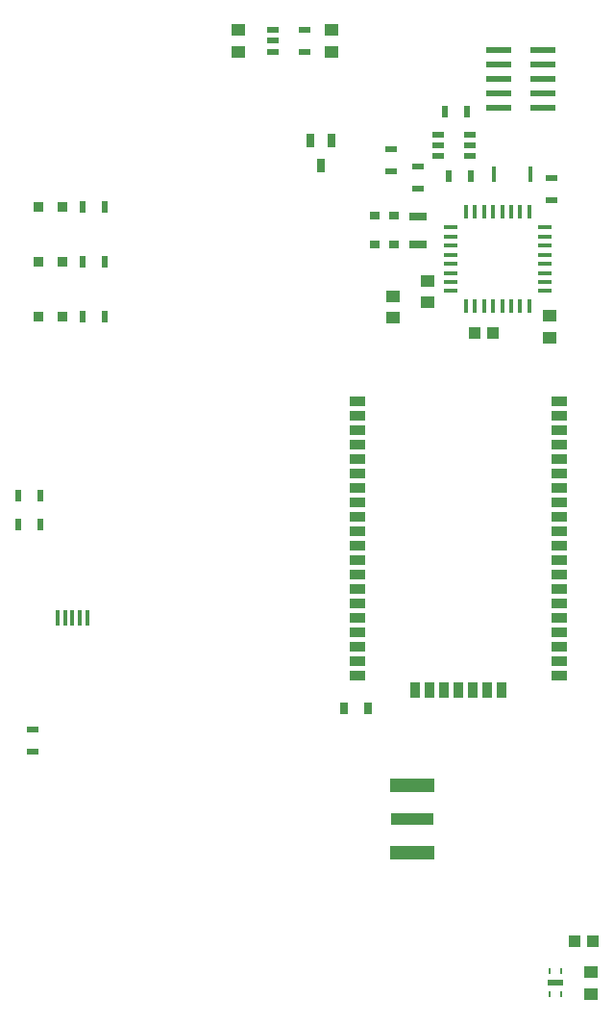
<source format=gbr>
G04 --- HEADER BEGIN --- *
%TF.GenerationSoftware,LibrePCB,LibrePCB,0.1.3*%
%TF.CreationDate,2019-12-13T00:59:46*%
%TF.ProjectId,Gfro?rli Hardware - Board,40295ca7-128f-4c1e-90ec-79de77364cdf,v2*%
%TF.Part,Single*%
%FSLAX66Y66*%
%MOMM*%
G01*
G74*
G04 --- HEADER END --- *
G04 --- APERTURE LIST BEGIN --- *
%ADD10R,0.9X0.8*%
%ADD11R,0.36X1.41*%
%ADD12R,0.44X1.39*%
%ADD13R,1.1X0.6*%
%ADD14R,1.46X0.56*%
%ADD15R,0.28X0.63*%
%ADD16R,3.817X1.132*%
%ADD17R,3.88X1.28*%
%ADD18R,1.24X1.04*%
%ADD19R,0.96X0.96*%
%ADD20R,0.6X1.1*%
%ADD21R,1.12X1.12*%
%ADD22R,0.8X1.2*%
%ADD23R,0.98X0.48*%
%ADD24R,0.8128X1.3208*%
%ADD25R,1.3208X0.8128*%
%ADD26R,1.206X0.376*%
%ADD27R,0.376X1.206*%
%ADD28R,2.248X0.608*%
%ADD29R,1.6X0.8*%
%ADD30R,0.76X1.11*%
G04 --- APERTURE LIST END --- *
G04 --- BOARD BEGIN --- *
D10*
X33598750Y70326254D03*
X35298750Y70326254D03*
D11*
X7635000Y34988500D03*
X5685000Y34988500D03*
X8285000Y34988500D03*
X6335000Y34988500D03*
X6985000Y34988500D03*
D12*
X44095000Y73977500D03*
X47345000Y73977500D03*
D13*
X37465000Y74635000D03*
X37465000Y72685000D03*
D14*
X49530000Y2846250D03*
D15*
X49030000Y3846250D03*
X49030000Y1846250D03*
X50030000Y3846250D03*
X50030000Y1846250D03*
D16*
X36900000Y17300000D03*
D17*
X36900000Y20265000D03*
X36900000Y14335000D03*
D18*
X35242500Y61359375D03*
X35242500Y63259375D03*
X52705000Y3796250D03*
X52705000Y1896250D03*
D19*
X6130000Y71120000D03*
X4030000Y71120000D03*
D20*
X2200000Y43180000D03*
X4150000Y43180000D03*
D13*
X35084670Y74274324D03*
X35084670Y76224324D03*
D21*
X44059375Y60007500D03*
X42459375Y60007500D03*
D20*
X2200000Y45720000D03*
X4150000Y45720000D03*
X9865000Y71120000D03*
X7915000Y71120000D03*
D22*
X27942448Y76982572D03*
X28892448Y74782572D03*
X29842448Y76982572D03*
D20*
X42091250Y73818750D03*
X40141250Y73818750D03*
D18*
X38258750Y62708750D03*
X38258750Y64608750D03*
D23*
X42040000Y76517500D03*
X39240000Y76517500D03*
X42040000Y77467500D03*
X39240000Y77467500D03*
X39240000Y75567500D03*
X42040000Y75567500D03*
D21*
X52870000Y6508750D03*
X51270000Y6508750D03*
D24*
X37147500Y28575000D03*
D25*
X49847500Y33655000D03*
X32067500Y53975000D03*
X32067500Y38735000D03*
X49847500Y31115000D03*
X32067500Y46355000D03*
X49847500Y38735000D03*
D24*
X43497500Y28575000D03*
D25*
X32067500Y45085000D03*
X49847500Y45085000D03*
X32067500Y34925000D03*
D24*
X44767500Y28575000D03*
D25*
X49847500Y50165000D03*
X49847500Y40005000D03*
X32067500Y29845000D03*
X49847500Y47625000D03*
X32067500Y50165000D03*
X49847500Y42545000D03*
X32067500Y40005000D03*
X49847500Y53975000D03*
X49847500Y48895000D03*
X32067500Y47625000D03*
X49847500Y46355000D03*
X32067500Y48895000D03*
X49847500Y37465000D03*
D24*
X39687500Y28575000D03*
D25*
X32067500Y43815000D03*
X32067500Y41275000D03*
X32067500Y52705000D03*
D24*
X40957500Y28575000D03*
D25*
X49847500Y34925000D03*
X32067500Y33655000D03*
X49847500Y52705000D03*
X49847500Y51435000D03*
X32067500Y36195000D03*
X32067500Y31115000D03*
X32067500Y51435000D03*
X49847500Y43815000D03*
X32067500Y42545000D03*
X32067500Y37465000D03*
X49847500Y29845000D03*
D24*
X38417500Y28575000D03*
X42227500Y28575000D03*
D25*
X49847500Y36195000D03*
X49847500Y41275000D03*
X32067500Y32385000D03*
X49847500Y32385000D03*
D26*
X48600000Y66105000D03*
X48600000Y69305000D03*
X48600000Y65305000D03*
D27*
X45650000Y70655000D03*
X47250000Y70655000D03*
D26*
X40300000Y64505000D03*
D27*
X41650000Y70655000D03*
X43250000Y70655000D03*
D26*
X48600000Y63705000D03*
X40300000Y67705000D03*
D27*
X44050000Y62355000D03*
D26*
X48600000Y64505000D03*
D27*
X43250000Y62355000D03*
D26*
X40300000Y63705000D03*
X40300000Y69305000D03*
D27*
X45650000Y62355000D03*
X42450000Y62355000D03*
X44850000Y62355000D03*
X46450000Y70655000D03*
D26*
X40300000Y66905000D03*
D27*
X44850000Y70655000D03*
D26*
X48600000Y68505000D03*
X40300000Y65305000D03*
D27*
X42450000Y70655000D03*
D26*
X40300000Y68505000D03*
D27*
X47250000Y62355000D03*
D26*
X48600000Y67705000D03*
D27*
X41650000Y62355000D03*
X44050000Y70655000D03*
D26*
X48600000Y66905000D03*
D27*
X46450000Y62355000D03*
D26*
X40300000Y66105000D03*
D20*
X39823750Y79533750D03*
X41773750Y79533750D03*
D18*
X49053750Y61513125D03*
X49053750Y59613125D03*
D13*
X49212500Y73682500D03*
X49212500Y71732500D03*
D28*
X44558750Y84920000D03*
X44558750Y82380000D03*
X48468750Y79840000D03*
X48468750Y81110000D03*
X44558750Y81110000D03*
X48468750Y82380000D03*
X44558750Y79840000D03*
X48468750Y84920000D03*
X44558750Y83650000D03*
X48468750Y83650000D03*
D19*
X6130000Y61468000D03*
X4030000Y61468000D03*
D29*
X37464148Y70306716D03*
X37464148Y67806716D03*
D30*
X30913125Y27019250D03*
X33063125Y27019250D03*
D20*
X9865000Y66294000D03*
X7915000Y66294000D03*
D10*
X33598750Y67786246D03*
X35298750Y67786246D03*
D18*
X29845000Y86675000D03*
X29845000Y84775000D03*
D13*
X3492500Y23155000D03*
X3492500Y25105000D03*
D23*
X27435000Y86675000D03*
X24635000Y84775000D03*
X24635000Y85725000D03*
X24635000Y86675000D03*
X27435000Y84775000D03*
D18*
X21590000Y86675000D03*
X21590000Y84775000D03*
D19*
X6130000Y66294000D03*
X4030000Y66294000D03*
D20*
X9865000Y61468000D03*
X7915000Y61468000D03*
G04 --- BOARD END --- *
%TF.MD5,ab1cbb09761956dbfd0e914ac2f39727*%
M02*

</source>
